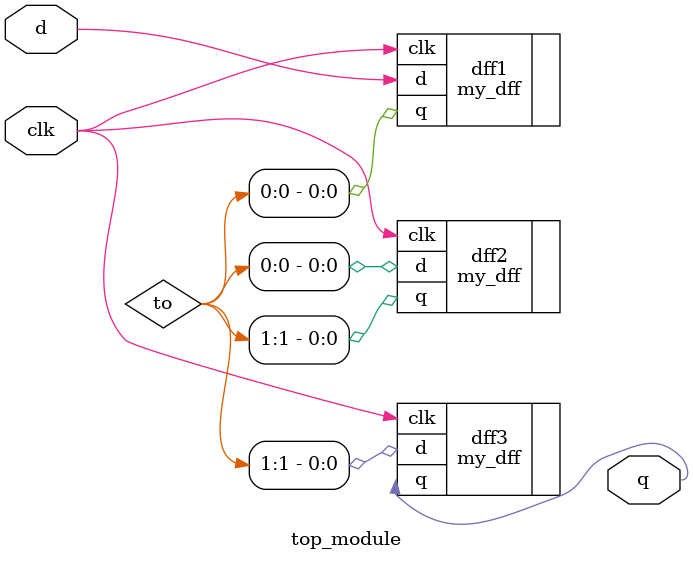
<source format=v>
module top_module ( input clk, input d, output q );
    wire [1:0] to;
    my_dff dff1(.clk(clk), .d(d), .q(to[0]));
    my_dff dff2(.clk(clk), .d(to[0]), .q(to[1]));
    my_dff dff3(.clk(clk), .d(to[1]), .q(q));
endmodule

</source>
